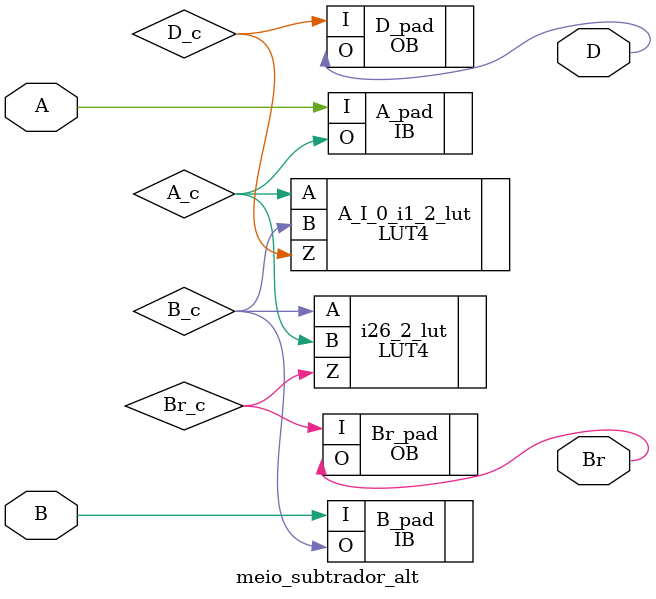
<source format=v>

module meio_subtrador_alt (A, B, D, Br) /* synthesis syn_module_defined=1 */ ;   // d:/rtl_fpga/verilog/aula22_subtrator/meio_subtrador_alt.v(1[8:26])
    input A;   // d:/rtl_fpga/verilog/aula22_subtrator/meio_subtrador_alt.v(2[7:8])
    input B;   // d:/rtl_fpga/verilog/aula22_subtrator/meio_subtrador_alt.v(3[7:8])
    output D;   // d:/rtl_fpga/verilog/aula22_subtrator/meio_subtrador_alt.v(4[12:13])
    output Br;   // d:/rtl_fpga/verilog/aula22_subtrator/meio_subtrador_alt.v(5[12:14])
    
    
    wire GND_net, VCC_net, A_c, B_c, D_c, Br_c;
    
    VHI i25 (.Z(VCC_net));
    LUT4 A_I_0_i1_2_lut (.A(A_c), .B(B_c), .Z(D_c)) /* synthesis lut_function=(!(A (B)+!A !(B))) */ ;   // d:/rtl_fpga/verilog/aula22_subtrator/meio_subtrador_alt.v(11[6:9])
    defparam A_I_0_i1_2_lut.init = 16'h6666;
    OB D_pad (.I(D_c), .O(D));   // d:/rtl_fpga/verilog/aula22_subtrator/meio_subtrador_alt.v(4[12:13])
    IB A_pad (.I(A), .O(A_c));   // d:/rtl_fpga/verilog/aula22_subtrator/meio_subtrador_alt.v(2[7:8])
    LUT4 i26_2_lut (.A(B_c), .B(A_c), .Z(Br_c)) /* synthesis lut_function=(!((B)+!A)) */ ;   // d:/rtl_fpga/verilog/aula22_subtrator/meio_subtrador_alt.v(11[6:9])
    defparam i26_2_lut.init = 16'h2222;
    PUR PUR_INST (.PUR(VCC_net));
    defparam PUR_INST.RST_PULSE = 1;
    IB B_pad (.I(B), .O(B_c));   // d:/rtl_fpga/verilog/aula22_subtrator/meio_subtrador_alt.v(3[7:8])
    VLO i32 (.Z(GND_net));
    OB Br_pad (.I(Br_c), .O(Br));   // d:/rtl_fpga/verilog/aula22_subtrator/meio_subtrador_alt.v(5[12:14])
    GSR GSR_INST (.GSR(VCC_net));
    
endmodule
//
// Verilog Description of module PUR
// module not written out since it is a black-box. 
//


</source>
